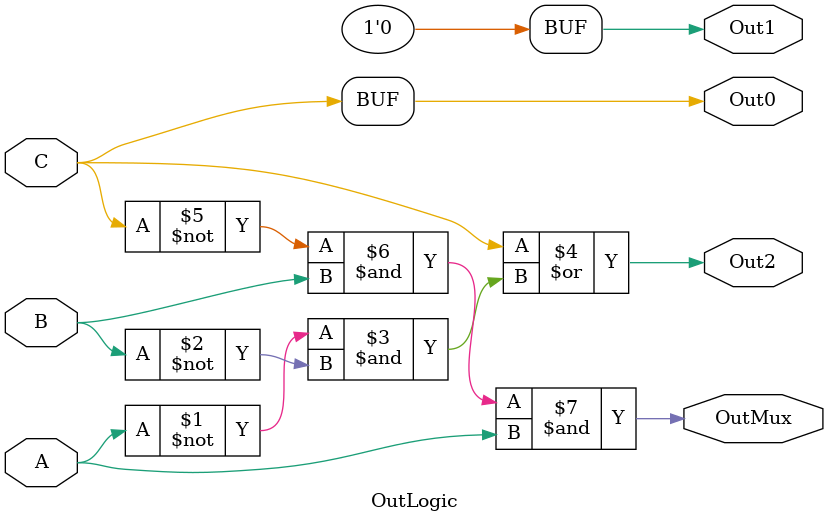
<source format=v>
module OutLogic(A, B, C, Out2, Out1, Out0, OutMux);
	input A, B, C;
	output Out2, Out1, Out0, OutMux;
	
	assign Out2 = (C|~A&~B);
	assign Out1 = 0;
	assign Out0 = C;
	assign OutMux = (~C&B&A);
endmodule

</source>
